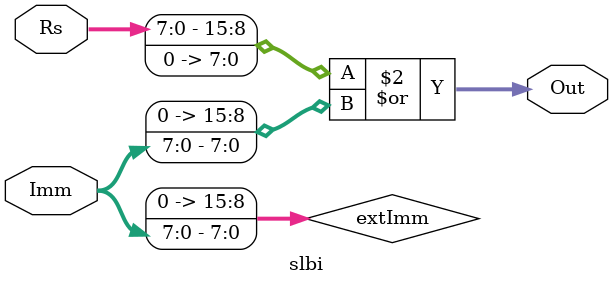
<source format=v>
module slbi(Rs, Imm, Out);
   input [15:0] Rs;
   input [15:0] 	Imm;
   output [15:0] Out;
   wire [15:0] 	 extImm;
   
   assign extImm = {8'b0, Imm[7:0]};   
   assign Out = (Rs << 8) | extImm;
endmodule // slbi

   

</source>
